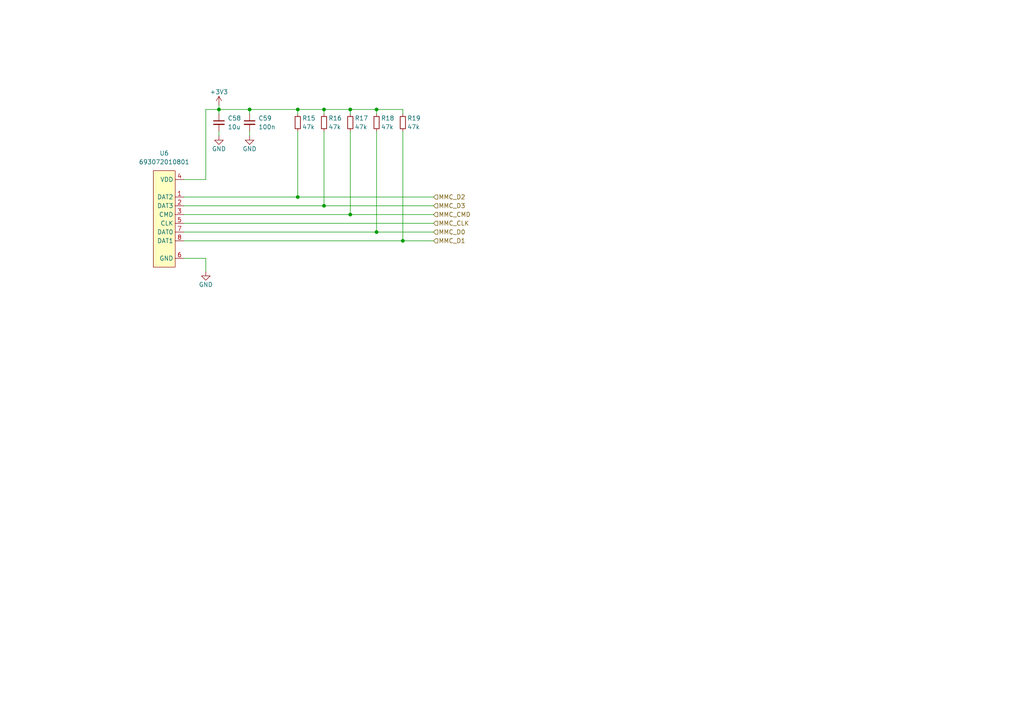
<source format=kicad_sch>
(kicad_sch (version 20211123) (generator eeschema)
  (paper "A4")
  (lib_symbols
    (symbol "Device:C_Small" (pin_numbers hide) (pin_names (offset 0.254) hide)
      (property "Reference" "C" (at 0.254 1.778 0))
      (property "Value" "C_Small" (at 0.254 -2.032 0))
      (symbol "C_Small_0_1"
        (polyline (pts (xy -1.524 -0.508) (xy 1.524 -0.508)) (stroke (width 0.3302)))
        (polyline (pts (xy -1.524 0.508) (xy 1.524 0.508)) (stroke (width 0.3048)))
      )
      (symbol "C_Small_1_1"
        (pin passive line (at 0 2.54 270) (length 2.032) (name "~") (number "1"))
        (pin passive line (at 0 -2.54 90) (length 2.032) (name "~") (number "2"))
      )
    )
    (symbol "Device:R_Small" (pin_numbers hide) (pin_names (offset 0.254) hide)
      (property "Reference" "R" (at 0.762 0.508 0))
      (property "Value" "R_Small" (at 0.762 -1.016 0))
      (symbol "R_Small_0_1"
        (rectangle (start -0.762 1.778) (end 0.762 -1.778) (stroke (width 0.2032)))
      )
      (symbol "R_Small_1_1"
        (pin passive line (at 0 2.54 270) (length 0.762) (name "~") (number "1"))
        (pin passive line (at 0 -2.54 90) (length 0.762) (name "~") (number "2"))
      )
    )
    (symbol "power:+3V3" (power) (pin_names (offset 0))
      (property "Value" "+3V3" (at 0 3.556 0))
      (symbol "+3V3_0_1"
        (polyline (pts (xy -0.762 1.27) (xy 0 2.54)))
        (polyline (pts (xy 0 0) (xy 0 2.54)))
        (polyline (pts (xy 0 2.54) (xy 0.762 1.27)))
      )
      (symbol "+3V3_1_1"
        (pin power_in line (at 0 0 90) (length 0) hide (name "+3V3") (number "1"))
      )
    )
    (symbol "power:GND" (power) (pin_names (offset 0))
      (property "Value" "GND" (at 0 -3.81 0))
      (symbol "GND_0_1"
        (polyline (pts (xy 0 0) (xy 0 -1.27) (xy 1.27 -1.27) (xy 0 -2.54) (xy -1.27 -1.27) (xy 0 -1.27)))
      )
      (symbol "GND_1_1"
        (pin power_in line (at 0 0 270) (length 0) hide (name "GND") (number "1"))
      )
    )
    (symbol "v3s:693072010801"
      (property "Reference" "U" (at -6.35 3.81 0))
      (property "Value" "693072010801" (at 0 -26.67 0))
      (symbol "693072010801_0_1"
        (rectangle (start 0 2.54) (end -6.35 -25.4) (fill (type background)))
      )
      (symbol "693072010801_1_1"
        (pin input line (at 2.54 -5.08 180) (length 2.54) (name "DAT2") (number "1"))
        (pin input line (at 2.54 -7.62 180) (length 2.54) (name "DAT3") (number "2"))
        (pin input line (at 2.54 -10.16 180) (length 2.54) (name "CMD") (number "3"))
        (pin input line (at 2.54 0 180) (length 2.54) (name "VDD") (number "4"))
        (pin input line (at 2.54 -12.7 180) (length 2.54) (name "CLK") (number "5"))
        (pin input line (at 2.54 -22.86 180) (length 2.54) (name "GND") (number "6"))
        (pin input line (at 2.54 -15.24 180) (length 2.54) (name "DAT0") (number "7"))
        (pin input line (at 2.54 -17.78 180) (length 2.54) (name "DAT1") (number "8"))
      )
    )
  )
  (junction (at 93.98 31.75))
  (junction (at 101.6 62.23))
  (junction (at 63.5 31.75))
  (junction (at 86.36 57.15))
  (junction (at 109.22 31.75))
  (junction (at 86.36 31.75))
  (junction (at 101.6 31.75))
  (junction (at 72.39 31.75))
  (junction (at 93.98 59.69))
  (junction (at 109.22 67.31))
  (junction (at 116.84 69.85))
  (wire (pts (xy 109.22 31.75) (xy 109.22 33.02)))
  (wire (pts (xy 86.36 57.15) (xy 125.73 57.15)))
  (wire (pts (xy 93.98 31.75) (xy 93.98 33.02)))
  (wire (pts (xy 53.34 69.85) (xy 116.84 69.85)))
  (wire (pts (xy 93.98 38.1) (xy 93.98 59.69)))
  (wire (pts (xy 116.84 31.75) (xy 116.84 33.02)))
  (wire (pts (xy 101.6 62.23) (xy 125.73 62.23)))
  (wire (pts (xy 53.34 67.31) (xy 109.22 67.31)))
  (wire (pts (xy 93.98 59.69) (xy 125.73 59.69)))
  (wire (pts (xy 59.69 74.93) (xy 59.69 78.74)))
  (wire (pts (xy 109.22 38.1) (xy 109.22 67.31)))
  (wire (pts (xy 72.39 31.75) (xy 72.39 33.02)))
  (wire (pts (xy 86.36 31.75) (xy 86.36 33.02)))
  (wire (pts (xy 53.34 62.23) (xy 101.6 62.23)))
  (wire (pts (xy 63.5 31.75) (xy 72.39 31.75)))
  (wire (pts (xy 109.22 31.75) (xy 116.84 31.75)))
  (wire (pts (xy 93.98 31.75) (xy 101.6 31.75)))
  (wire (pts (xy 53.34 52.07) (xy 59.69 52.07)))
  (wire (pts (xy 101.6 38.1) (xy 101.6 62.23)))
  (wire (pts (xy 53.34 59.69) (xy 93.98 59.69)))
  (wire (pts (xy 63.5 31.75) (xy 63.5 33.02)))
  (wire (pts (xy 59.69 52.07) (xy 59.69 31.75)))
  (wire (pts (xy 86.36 38.1) (xy 86.36 57.15)))
  (wire (pts (xy 72.39 38.1) (xy 72.39 39.37)))
  (wire (pts (xy 53.34 64.77) (xy 125.73 64.77)))
  (wire (pts (xy 53.34 74.93) (xy 59.69 74.93)))
  (wire (pts (xy 116.84 69.85) (xy 125.73 69.85)))
  (wire (pts (xy 116.84 38.1) (xy 116.84 69.85)))
  (wire (pts (xy 63.5 38.1) (xy 63.5 39.37)))
  (wire (pts (xy 59.69 31.75) (xy 63.5 31.75)))
  (wire (pts (xy 63.5 30.48) (xy 63.5 31.75)))
  (wire (pts (xy 72.39 31.75) (xy 86.36 31.75)))
  (wire (pts (xy 109.22 67.31) (xy 125.73 67.31)))
  (wire (pts (xy 101.6 31.75) (xy 109.22 31.75)))
  (wire (pts (xy 86.36 31.75) (xy 93.98 31.75)))
  (wire (pts (xy 101.6 31.75) (xy 101.6 33.02)))
  (wire (pts (xy 53.34 57.15) (xy 86.36 57.15)))
  (hierarchical_label "MMC_D3" (shape input) (at 125.73 59.69 0))
  (hierarchical_label "MMC_CMD" (shape input) (at 125.73 62.23 0))
  (hierarchical_label "MMC_CLK" (shape input) (at 125.73 64.77 0))
  (hierarchical_label "MMC_D1" (shape input) (at 125.73 69.85 0))
  (hierarchical_label "MMC_D2" (shape input) (at 125.73 57.15 0))
  (hierarchical_label "MMC_D0" (shape input) (at 125.73 67.31 0))
  (symbol (lib_id "v3s:693072010801") (at 50.8 52.07 0) (unit 1)
    (property "Reference" "U6" (at 47.625 44.45 0))
    (property "Value" "693072010801" (at 47.625 46.99 0))
    (property "Footprint" "v3s:693072010801" (effects hide))
    (property "Datasheet" "https://www.we-online.com/catalog/datasheet/693072010801.pdf" (effects hide))
  )
  (symbol (lib_id "Device:R_Small") (at 116.84 35.56 0) (unit 1)
    (property "Reference" "R19" (at 118.11 34.29 0) (effects (justify left)))
    (property "Value" "47k" (at 118.11 36.83 0) (effects (justify left)))
    (property "Footprint" "Resistor_SMD:R_0603_1608Metric" (effects hide))
  )
  (symbol (lib_id "Device:R_Small") (at 86.36 35.56 0) (unit 1)
    (property "Reference" "R15" (at 87.63 34.29 0) (effects (justify left)))
    (property "Value" "47k" (at 87.63 36.83 0) (effects (justify left)))
    (property "Footprint" "Resistor_SMD:R_0603_1608Metric" (effects hide))
  )
  (symbol (lib_id "power:GND") (at 72.39 39.37 0) (unit 1)
    (property "Reference" "#PWR0158" (effects hide))
    (property "Value" "GND" (at 72.39 43.18 0))
  )
  (symbol (lib_id "power:GND") (at 59.69 78.74 0) (unit 1)
    (property "Reference" "#PWR0157" (effects hide))
    (property "Value" "GND" (at 59.69 82.55 0))
  )
  (symbol (lib_id "Device:R_Small") (at 101.6 35.56 0) (unit 1)
    (property "Reference" "R17" (at 102.87 34.29 0) (effects (justify left)))
    (property "Value" "47k" (at 102.87 36.83 0) (effects (justify left)))
    (property "Footprint" "Resistor_SMD:R_0603_1608Metric" (effects hide))
  )
  (symbol (lib_id "power:+3V3") (at 63.5 30.48 0) (unit 1)
    (property "Reference" "#PWR0160" (effects hide))
    (property "Value" "+3V3" (at 63.5 26.67 0))
  )
  (symbol (lib_id "Device:R_Small") (at 93.98 35.56 0) (unit 1)
    (property "Reference" "R16" (at 95.25 34.29 0) (effects (justify left)))
    (property "Value" "47k" (at 95.25 36.83 0) (effects (justify left)))
    (property "Footprint" "Resistor_SMD:R_0603_1608Metric" (effects hide))
  )
  (symbol (lib_id "Device:C_Small") (at 72.39 35.56 0) (unit 1)
    (property "Reference" "C59" (at 74.93 34.2962 0) (effects (justify left)))
    (property "Value" "100n" (at 74.93 36.8362 0) (effects (justify left)))
    (property "Footprint" "Capacitor_SMD:C_0603_1608Metric" (effects hide))
  )
  (symbol (lib_id "Device:R_Small") (at 109.22 35.56 0) (unit 1)
    (property "Reference" "R18" (at 110.49 34.29 0) (effects (justify left)))
    (property "Value" "47k" (at 110.49 36.83 0) (effects (justify left)))
    (property "Footprint" "Resistor_SMD:R_0603_1608Metric" (effects hide))
  )
  (symbol (lib_id "power:GND") (at 63.5 39.37 0) (unit 1)
    (property "Reference" "#PWR0159" (effects hide))
    (property "Value" "GND" (at 63.5 43.18 0))
  )
  (symbol (lib_id "Device:C_Small") (at 63.5 35.56 0) (unit 1)
    (property "Reference" "C58" (at 66.04 34.2962 0) (effects (justify left)))
    (property "Value" "10u" (at 66.04 36.8362 0) (effects (justify left)))
    (property "Footprint" "Capacitor_SMD:C_0603_1608Metric" (effects hide))
  )
)
</source>
